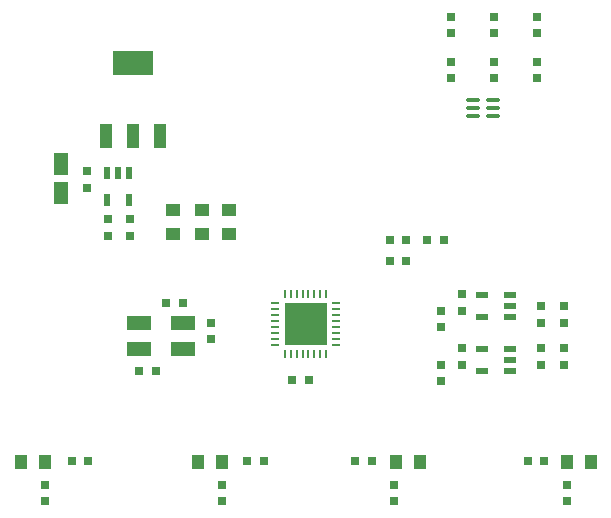
<source format=gtp>
%FSLAX24Y24*%
%MOIN*%
G70*
G01*
G75*
G04 Layer_Color=8421504*
%ADD10C,0.0079*%
%ADD11R,0.0300X0.0300*%
%ADD12R,0.0300X0.0300*%
%ADD13R,0.0492X0.0768*%
%ADD14R,0.0276X0.0079*%
%ADD15R,0.1437X0.1437*%
%ADD16R,0.0079X0.0276*%
%ADD17R,0.0236X0.0394*%
%ADD18R,0.1378X0.0846*%
%ADD19R,0.0433X0.0846*%
%ADD20R,0.0433X0.0846*%
%ADD21R,0.0433X0.0236*%
%ADD22R,0.0500X0.0400*%
%ADD23O,0.0512X0.0138*%
%ADD24R,0.0400X0.0500*%
%ADD25R,0.0787X0.0472*%
%ADD26C,0.0118*%
%ADD27R,0.1400X0.0900*%
%ADD28R,0.1140X0.0550*%
%ADD29R,0.1400X0.1550*%
%ADD30C,0.1969*%
%ADD31C,0.1181*%
%ADD32C,0.1575*%
%ADD33O,0.0709X0.0787*%
%ADD34C,0.0600*%
%ADD35O,0.0472X0.0551*%
%ADD36R,0.0709X0.0709*%
%ADD37C,0.0709*%
%ADD38C,0.0236*%
%ADD39C,0.0197*%
%ADD40C,0.0039*%
%ADD41C,0.0098*%
%ADD42C,0.0100*%
%ADD43C,0.0090*%
%ADD44C,0.0050*%
D11*
X16450Y19000D02*
D03*
Y19550D02*
D03*
X17875Y19000D02*
D03*
Y19550D02*
D03*
X19300Y19000D02*
D03*
Y19550D02*
D03*
X17875Y20500D02*
D03*
Y21050D02*
D03*
X16450Y20500D02*
D03*
Y21050D02*
D03*
X4300Y15350D02*
D03*
Y15900D02*
D03*
X5750Y13750D02*
D03*
Y14300D02*
D03*
X5000Y13750D02*
D03*
Y14300D02*
D03*
X19450Y10850D02*
D03*
Y11400D02*
D03*
X16100Y10700D02*
D03*
Y11250D02*
D03*
X19450Y10000D02*
D03*
Y9450D02*
D03*
X16100Y8900D02*
D03*
Y9450D02*
D03*
X2900Y4900D02*
D03*
Y5450D02*
D03*
X8800Y4900D02*
D03*
Y5450D02*
D03*
X14550Y4900D02*
D03*
Y5450D02*
D03*
X20300Y4900D02*
D03*
Y5450D02*
D03*
X19300Y20500D02*
D03*
Y21050D02*
D03*
X20200Y11400D02*
D03*
Y10850D02*
D03*
X8450Y10300D02*
D03*
Y10850D02*
D03*
X16800Y11800D02*
D03*
Y11250D02*
D03*
X20200Y9450D02*
D03*
Y10000D02*
D03*
X16800D02*
D03*
Y9450D02*
D03*
D12*
X3800Y6250D02*
D03*
X4350D02*
D03*
X9650D02*
D03*
X10200D02*
D03*
X13800D02*
D03*
X13250D02*
D03*
X11700Y8950D02*
D03*
X11150D02*
D03*
X19550Y6250D02*
D03*
X19000D02*
D03*
X6600Y9250D02*
D03*
X6050D02*
D03*
X6950Y11500D02*
D03*
X7500D02*
D03*
X15650Y13600D02*
D03*
X16200D02*
D03*
X14400Y12900D02*
D03*
X14950D02*
D03*
X14400Y13600D02*
D03*
X14950D02*
D03*
D13*
X3450Y16132D02*
D03*
Y15168D02*
D03*
D14*
X10596Y10898D02*
D03*
Y11095D02*
D03*
X12604Y11489D02*
D03*
Y11292D02*
D03*
Y11095D02*
D03*
Y10898D02*
D03*
Y10702D02*
D03*
Y10505D02*
D03*
Y10308D02*
D03*
Y10111D02*
D03*
X10596D02*
D03*
Y10308D02*
D03*
Y10505D02*
D03*
Y10702D02*
D03*
Y11292D02*
D03*
Y11489D02*
D03*
D15*
X11600Y10800D02*
D03*
D16*
X12289Y9796D02*
D03*
X12092D02*
D03*
X11895D02*
D03*
X11698D02*
D03*
X11502D02*
D03*
X11305D02*
D03*
X11108D02*
D03*
X10911D02*
D03*
Y11804D02*
D03*
X11108D02*
D03*
X11305D02*
D03*
X11502D02*
D03*
X11698D02*
D03*
X11895D02*
D03*
X12092D02*
D03*
X12289D02*
D03*
D17*
X5724Y14947D02*
D03*
X4976D02*
D03*
Y15853D02*
D03*
X5350D02*
D03*
X5724D02*
D03*
D18*
X5850Y19520D02*
D03*
D19*
X6756Y17080D02*
D03*
X4944D02*
D03*
D20*
X5850D02*
D03*
D21*
X17478Y11026D02*
D03*
Y11774D02*
D03*
X18422D02*
D03*
Y11400D02*
D03*
Y11026D02*
D03*
X17478Y9226D02*
D03*
Y9974D02*
D03*
X18422D02*
D03*
Y9600D02*
D03*
Y9226D02*
D03*
D22*
X8150Y14600D02*
D03*
X8150Y13800D02*
D03*
X7175Y14600D02*
D03*
X7175Y13800D02*
D03*
X9050Y14600D02*
D03*
X9050Y13800D02*
D03*
D23*
X17165Y18256D02*
D03*
Y18000D02*
D03*
Y17744D02*
D03*
X17835Y18256D02*
D03*
Y18000D02*
D03*
Y17744D02*
D03*
D24*
X2100Y6200D02*
D03*
X2900Y6200D02*
D03*
X8000Y6200D02*
D03*
X8800Y6200D02*
D03*
X15400Y6200D02*
D03*
X14600Y6200D02*
D03*
X21100Y6200D02*
D03*
X20300Y6200D02*
D03*
D25*
X7500Y9984D02*
D03*
X6043D02*
D03*
Y10850D02*
D03*
X7500D02*
D03*
M02*

</source>
